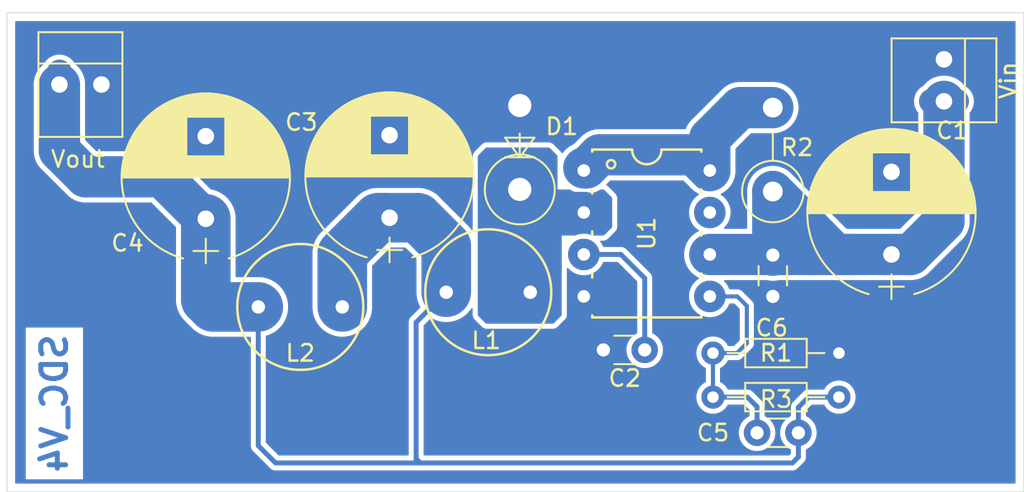
<source format=kicad_pcb>
(kicad_pcb (version 20211014) (generator pcbnew)
  (layers (0 "F.Cu" signal) (31 "B.Cu" signal) (34 "B.Paste" user) (35 "F.Paste" user) (36 "B.SilkS" user "B.Silkscreen") (37 "F.SilkS" user "F.Silkscreen") (38 "B.Mask" user) (39 "F.Mask" user) (44 "Edge.Cuts" user))
  (net 0 "")
  (net 1 "GNDREF")
  (net 2 "VCC")
  (net 3 "Net-(C2-Pad1)")
  (net 4 "Vout1")
  (net 5 "Net-(C5-Pad1)")
  (net 6 "Net-(D1-Pad1)")
  (net 7 "Net-(R2-Pad2)")
  (footprint "Capacitors_ThroughHole:CP_Radial_D10.0mm_P5.00mm" (layer "F.Cu") (at 150.495 79.629 90)
    (fp_text reference "C1" (at 7.493 3.683 180) (layer "F.SilkS"))
    (fp_text value "100uF25v")
    (pad "1" thru_hole rect locked (at 0 0 90) (size 2 2) (drill 1) (layers *.Cu *.Mask) (net 2 "VCC"))
    (pad "2" thru_hole circle locked (at 5 0 90) (size 2 2) (drill 1) (layers *.Cu *.Mask) (net 1 "GNDREF"))
  )
  (footprint "Capacitors_ThroughHole:C_Disc_D3.0mm_W1.6mm_P2.50mm" (layer "F.Cu") (at 135.5725 85.4075 180)
    (fp_text reference "C2" (at 1.2065 -1.7145) (layer "F.SilkS"))
    (fp_text value "470pF")
    (pad "1" thru_hole circle locked (at 0 0 180) (size 1.6 1.6) (drill 0.8) (layers *.Cu *.Mask) (net 3 "Net-(C2-Pad1)"))
    (pad "2" thru_hole circle locked (at 2.5 0 180) (size 1.6 1.6) (drill 0.8) (layers *.Cu *.Mask) (net 1 "GNDREF"))
  )
  (footprint "Capacitors_ThroughHole:CP_Radial_D10.0mm_P5.00mm" (layer "F.Cu") (at 120.142 77.4065 90)
    (fp_text reference "C3" (at 5.7785 -5.334 180) (layer "F.SilkS"))
    (fp_text value "470uF25v")
    (pad "1" thru_hole rect locked (at 0 0 90) (size 2 2) (drill 1) (layers *.Cu *.Mask) (net 4 "Vout1"))
    (pad "2" thru_hole circle locked (at 5 0 90) (size 2 2) (drill 1) (layers *.Cu *.Mask) (net 1 "GNDREF"))
  )
  (footprint "Capacitors_ThroughHole:CP_Radial_D10.0mm_P5.00mm" (layer "F.Cu") (at 109.0295 77.47 90)
    (fp_text reference "C4" (at -1.4732 -4.7371 180) (layer "F.SilkS"))
    (fp_text value "100uF25v")
    (pad "1" thru_hole rect locked (at 0 0 90) (size 2 2) (drill 1) (layers *.Cu *.Mask) (net 4 "Vout1"))
    (pad "2" thru_hole circle locked (at 5 0 90) (size 2 2) (drill 1) (layers *.Cu *.Mask) (net 1 "GNDREF"))
  )
  (footprint "Capacitors_ThroughHole:C_Disc_D3.0mm_W1.6mm_P2.50mm" (layer "F.Cu") (at 142.367 90.424)
    (fp_text reference "C5" (at -2.667 0) (layer "F.SilkS"))
    (fp_text value "22nF")
    (pad "1" thru_hole circle locked (at 0 0) (size 1.6 1.6) (drill 0.8) (layers *.Cu *.Mask) (net 5 "Net-(C5-Pad1)"))
    (pad "2" thru_hole circle locked (at 2.5 0) (size 1.6 1.6) (drill 0.8) (layers *.Cu *.Mask) (net 4 "Vout1"))
  )
  (footprint "Diodes_ThroughHole:D_5W_P5.08mm_Vertical_AnodeUp" (layer "F.Cu") (at 128.016 75.692 90)
    (fp_text reference "D1" (at 3.81 2.54 180) (layer "F.SilkS"))
    (fp_text value "1N5819")
    (pad "1" thru_hole rect locked (at 0 0 90) (size 2.8 2.8) (drill 1.4) (layers *.Cu *.Mask) (net 6 "Net-(D1-Pad1)"))
    (pad "2" thru_hole oval locked (at 5.08 0 90) (size 2.8 2.8) (drill 1.4) (layers *.Cu *.Mask) (net 1 "GNDREF"))
  )
  (footprint "Inductors:INDUCTOR_V" (layer "F.Cu") (at 126.111 81.915 180)
    (fp_text reference "L1" (at 0.127 -2.921) (layer "F.SilkS"))
    (fp_text value "150uH")
    (pad "1" thru_hole rect locked (at -2.54 0 180) (size 1.905 1.905) (drill 0.8128) (layers *.Cu *.Mask) (net 6 "Net-(D1-Pad1)"))
    (pad "2" thru_hole circle locked (at 2.54 0 180) (size 1.905 1.905) (drill 0.8128) (layers *.Cu *.Mask) (net 4 "Vout1"))
  )
  (footprint "Inductors:INDUCTOR_V" (layer "F.Cu") (at 114.7445 82.804 180)
    (fp_text reference "L2" (at 0 -2.794) (layer "F.SilkS"))
    (fp_text value "150uH")
    (pad "1" thru_hole rect locked (at -2.54 0 180) (size 1.905 1.905) (drill 0.8128) (layers *.Cu *.Mask) (net 4 "Vout1"))
    (pad "2" thru_hole circle locked (at 2.54 0 180) (size 1.905 1.905) (drill 0.8128) (layers *.Cu *.Mask) (net 4 "Vout1"))
  )
  (footprint "Resistors_ThroughHole:R_Axial_DIN0204_L3.6mm_D1.6mm_P7.62mm_Horizontal" (layer "F.Cu") (at 139.7 85.598)
    (fp_text reference "R1" (at 3.81 0) (layer "F.SilkS"))
    (fp_text value "1.2K")
    (pad "1" thru_hole circle locked (at 0 0) (size 1.4 1.4) (drill 0.7) (layers *.Cu *.Mask) (net 5 "Net-(C5-Pad1)"))
    (pad "2" thru_hole oval locked (at 7.62 0) (size 1.4 1.4) (drill 0.7) (layers *.Cu *.Mask) (net 1 "GNDREF"))
  )
  (footprint "Resistors_ThroughHole:R_Axial_DIN0411_L9.9mm_D3.6mm_P5.08mm_Vertical" (layer "F.Cu") (at 143.3195 75.819 90)
    (fp_text reference "R2" (at 2.667 1.4605 180) (layer "F.SilkS"))
    (fp_text value "0R2 1/2W")
    (pad "1" thru_hole circle locked (at 0 0 90) (size 2.4 2.4) (drill 1.2) (layers *.Cu *.Mask) (net 2 "VCC"))
    (pad "2" thru_hole oval locked (at 5.08 0 90) (size 2.4 2.4) (drill 1.2) (layers *.Cu *.Mask) (net 7 "Net-(R2-Pad2)"))
  )
  (footprint "Resistors_ThroughHole:R_Axial_DIN0204_L3.6mm_D1.6mm_P7.62mm_Horizontal" (layer "F.Cu") (at 139.7 88.265)
    (fp_text reference "R3" (at 3.81 0.127) (layer "F.SilkS"))
    (fp_text value "3.6K")
    (pad "1" thru_hole circle locked (at 0 0) (size 1.4 1.4) (drill 0.7) (layers *.Cu *.Mask) (net 5 "Net-(C5-Pad1)"))
    (pad "2" thru_hole oval locked (at 7.62 0) (size 1.4 1.4) (drill 0.7) (layers *.Cu *.Mask) (net 4 "Vout1"))
  )
  (footprint "Power_Integrations:PDIP-8" (layer "F.Cu") (at 135.6995 78.359 -90)
    (fp_text reference "U1" (at 0 0 90) (layer "F.SilkS"))
    (fp_text value "MC34063AP")
    (pad "1" thru_hole circle locked (at -3.81 3.81 270) (size 1.905 1.905) (drill 0.762) (layers *.Cu *.Mask) (net 7 "Net-(R2-Pad2)"))
    (pad "2" thru_hole circle locked (at -1.27 3.81 270) (size 1.905 1.905) (drill 0.762) (layers *.Cu *.Mask) (net 6 "Net-(D1-Pad1)"))
    (pad "3" thru_hole circle locked (at 1.27 3.81 270) (size 1.905 1.905) (drill 0.762) (layers *.Cu *.Mask) (net 3 "Net-(C2-Pad1)"))
    (pad "4" thru_hole circle locked (at 3.81 3.81 270) (size 1.905 1.905) (drill 0.762) (layers *.Cu *.Mask) (net 1 "GNDREF"))
    (pad "5" thru_hole circle locked (at 3.81 -3.81 270) (size 1.905 1.905) (drill 0.762) (layers *.Cu *.Mask) (net 5 "Net-(C5-Pad1)"))
    (pad "6" thru_hole circle locked (at 1.27 -3.81 270) (size 1.905 1.905) (drill 0.762) (layers *.Cu *.Mask) (net 2 "VCC"))
    (pad "7" thru_hole circle locked (at -1.27 -3.81 270) (size 1.905 1.905) (drill 0.762) (layers *.Cu *.Mask) (net 7 "Net-(R2-Pad2)"))
    (pad "8" thru_hole circle locked (at -3.81 -3.81 270) (size 1.905 1.905) (drill 0.762) (layers *.Cu *.Mask) (net 7 "Net-(R2-Pad2)"))
  )
  (footprint "Capacitors_ThroughHole:C_Disc_D3.0mm_W1.6mm_P2.50mm" (layer "F.Cu") (at 143.3195 79.669 -90)
    (fp_text reference "C6" (at 4.405 0.0635 180) (layer "F.SilkS"))
    (fp_text value "100nf")
    (pad "1" thru_hole circle locked (at 0 0 270) (size 1.6 1.6) (drill 0.8) (layers *.Cu *.Mask) (net 2 "VCC"))
    (pad "2" thru_hole circle locked (at 2.5 0 270) (size 1.6 1.6) (drill 0.8) (layers *.Cu *.Mask) (net 1 "GNDREF"))
  )
  (footprint "Connect:PINHEAD1-2" (layer "F.Cu") (at 153.67 67.818 -90)
    (fp_text reference "Vin" (at 1.27 -3.9 90) (layer "F.SilkS"))
    (fp_text value "PINHEAD1-2")
    (pad "1" thru_hole oval locked (at 0 0 270) (size 1.51 3.01) (drill 1) (layers *.Cu *.Mask) (net 1 "GNDREF"))
    (pad "2" thru_hole oval locked (at 2.54 0 270) (size 1.51 3.01) (drill 1) (layers *.Cu *.Mask) (net 2 "VCC"))
  )
  (footprint "Connect:PINHEAD1-2" (layer "F.Cu") (at 100.1776 69.342)
    (fp_text reference "Vout" (at 1.1176 4.5212) (layer "F.SilkS"))
    (fp_text value "PINHEAD1-2")
    (pad "1" thru_hole oval locked (at 0 0) (size 1.51 3.01) (drill 1) (layers *.Cu *.Mask) (net 4 "Vout1"))
    (pad "2" thru_hole oval locked (at 2.54 0) (size 1.51 3.01) (drill 1) (layers *.Cu *.Mask) (net 1 "GNDREF"))
  )
  (gr_line (start 97 94) (end 97 65) (layer "Edge.Cuts") (width 0.05))
  (gr_line (start 158.5 65) (end 158.5 94) (layer "Edge.Cuts") (width 0.05))
  (gr_line (start 158.5 94) (end 97 94) (layer "Edge.Cuts") (width 0.05))
  (gr_line (start 97 65) (end 158.5 65) (layer "Edge.Cuts") (width 0.05))
  (gr_text "SDC_V4" (at 99.8728 88.646 90) (layer "B.Cu") (effects (font (size 1.5 1.5) (thickness 0.3)) (justify mirror)))
  (segment (start 139.5095 79.629) (end 143.2795 79.629) (width 2.5) (layer "B.Cu") (net 2))
  (segment (start 145.669 78.1685) (end 145.669 79.629) (width 2.5) (layer "B.Cu") (net 2))
  (segment (start 147.1295 79.629) (end 148.209 79.629) (width 2.5) (layer "B.Cu") (net 2))
  (segment (start 148.209 79.629) (end 145.669 79.629) (width 2.5) (layer "B.Cu") (net 2))
  (segment (start 150.495 79.629) (end 148.209 79.629) (width 2.5) (layer "B.Cu") (net 2))
  (segment (start 143.3195 75.819) (end 145.669 78.1685) (width 2.5) (layer "B.Cu") (net 2))
  (segment (start 151.6634 79.629) (end 150.495 79.629) (width 2.5) (layer "B.Cu") (net 2))
  (segment (start 143.3195 75.819) (end 143.3195 79.669) (width 2.5) (layer "B.Cu") (net 2))
  (segment (start 143.3195 75.819) (end 147.1295 79.629) (width 2.5) (layer "B.Cu") (net 2))
  (segment (start 153.67 77.6224) (end 151.6634 79.629) (width 2.5) (layer "B.Cu") (net 2))
  (segment (start 145.669 79.629) (end 143.3595 79.629) (width 2.5) (layer "B.Cu") (net 2))
  (segment (start 143.3595 79.629) (end 143.3195 79.669) (width 2.5) (layer "B.Cu") (net 2))
  (segment (start 153.67 70.358) (end 153.67 77.6224) (width 2.5) (layer "B.Cu") (net 2))
  (segment (start 143.2795 79.629) (end 143.3195 79.669) (width 2.5) (layer "B.Cu") (net 2))
  (segment (start 135.5725 81.0725) (end 135.5725 85.4075) (width 0.3) (layer "B.Cu") (net 3))
  (segment (start 134.129 79.629) (end 135.5725 81.0725) (width 0.3) (layer "B.Cu") (net 3))
  (segment (start 131.8895 79.629) (end 134.129 79.629) (width 0.3) (layer "B.Cu") (net 3))
  (segment (start 144.5 92.25) (end 122 92.25) (width 0.3) (layer "B.Cu") (net 4))
  (segment (start 121.75 83.736) (end 123.571 81.915) (width 0.3) (layer "B.Cu") (net 4))
  (segment (start 101.7606 74.93) (end 100.1776 73.347) (width 2.5) (layer "B.Cu") (net 4))
  (segment (start 109.0295 77.47) (end 108.9152 77.47) (width 2.5) (layer "B.Cu") (net 4))
  (segment (start 109.0295 82.3595) (end 109.0295 77.47) (width 3) (layer "B.Cu") (net 4))
  (segment (start 119.888 77.4065) (end 121.8565 77.4065) (width 3) (layer "B.Cu") (net 4))
  (segment (start 117.2845 79.5655) (end 119.4435 77.4065) (width 3) (layer "B.Cu") (net 4))
  (segment (start 144.867 91.883) (end 144.5 92.25) (width 0.3) (layer "B.Cu") (net 4))
  (segment (start 100.1776 73.347) (end 100.1776 69.342) (width 2.5) (layer "B.Cu") (net 4))
  (segment (start 144.867 90.424) (end 144.867 91.883) (width 0.3) (layer "B.Cu") (net 4))
  (segment (start 145.485 88.265) (end 147.32 88.265) (width 0.3) (layer "B.Cu") (net 4))
  (segment (start 109.474 82.804) (end 109.0295 82.3595) (width 3) (layer "B.Cu") (net 4))
  (segment (start 117.2845 82.804) (end 117.2845 79.5655) (width 3) (layer "B.Cu") (net 4))
  (segment (start 121.75 92) (end 121.75 83.736) (width 0.3) (layer "B.Cu") (net 4))
  (segment (start 122 92.25) (end 113.25 92.25) (width 0.3) (layer "B.Cu") (net 4))
  (segment (start 119.4435 77.4065) (end 119.888 77.4065) (width 3) (layer "B.Cu") (net 4))
  (segment (start 123.571 79.121) (end 123.571 81.915) (width 3) (layer "B.Cu") (net 4))
  (segment (start 112.2045 91.2045) (end 112.2045 82.804) (width 0.3) (layer "B.Cu") (net 4))
  (segment (start 112.2045 82.804) (end 109.474 82.804) (width 3) (layer "B.Cu") (net 4))
  (segment (start 144.867 88.883) (end 145.485 88.265) (width 0.3) (layer "B.Cu") (net 4))
  (segment (start 144.867 90.424) (end 144.867 88.883) (width 0.3) (layer "B.Cu") (net 4))
  (segment (start 121.8565 77.4065) (end 123.571 79.121) (width 3) (layer "B.Cu") (net 4))
  (segment (start 106.3752 74.93) (end 101.7606 74.93) (width 2.5) (layer "B.Cu") (net 4))
  (segment (start 113.25 92.25) (end 112.2045 91.2045) (width 0.3) (layer "B.Cu") (net 4))
  (segment (start 108.9152 77.47) (end 106.3752 74.93) (width 2.5) (layer "B.Cu") (net 4))
  (segment (start 122 92.25) (end 121.75 92) (width 0.3) (layer "B.Cu") (net 4))
  (segment (start 139.5095 82.169) (end 140.0175 82.169) (width 0.25) (layer "F.Cu") (net 5))
  (segment (start 141.152 85.598) (end 139.7 85.598) (width 0.25) (layer "B.Cu") (net 5))
  (segment (start 141.78 88.265) (end 139.7 88.265) (width 0.3) (layer "B.Cu") (net 5))
  (segment (start 139.5095 82.169) (end 141.169 82.169) (width 0.25) (layer "B.Cu") (net 5))
  (segment (start 141.75 82.75) (end 141.75 85) (width 0.25) (layer "B.Cu") (net 5))
  (segment (start 141.169 82.169) (end 141.75 82.75) (width 0.25) (layer "B.Cu") (net 5))
  (segment (start 142.367 90.424) (end 142.367 88.852) (width 0.3) (layer "B.Cu") (net 5))
  (segment (start 142.367 88.852) (end 141.78 88.265) (width 0.3) (layer "B.Cu") (net 5))
  (segment (start 139.7 85.598) (end 139.7 88.265) (width 0.25) (layer "B.Cu") (net 5))
  (segment (start 141.75 85) (end 141.152 85.598) (width 0.25) (layer "B.Cu") (net 5))
  (segment (start 129.413 77.089) (end 128.016 75.692) (width 2.5) (layer "B.Cu") (net 6))
  (segment (start 128.016 75.692) (end 128.016 77.8275) (width 2.5) (layer "B.Cu") (net 6))
  (segment (start 128.016 81.28) (end 128.651 81.915) (width 1) (layer "B.Cu") (net 6))
  (segment (start 130.0245 77.089) (end 131.8895 77.089) (width 2.5) (layer "B.Cu") (net 6))
  (segment (start 128.651 78.4625) (end 130.0245 77.089) (width 2.5) (layer "B.Cu") (net 6))
  (segment (start 128.651 81.915) (end 128.651 78.4625) (width 2.5) (layer "B.Cu") (net 6))
  (segment (start 128.016 77.8275) (end 128.651 78.4625) (width 2.5) (layer "B.Cu") (net 6))
  (segment (start 131.8895 77.089) (end 129.413 77.089) (width 2.5) (layer "B.Cu") (net 6))
  (segment (start 139.5095 72.5805) (end 139.5095 74.549) (width 2.5) (layer "B.Cu") (net 7))
  (segment (start 139.5095 77.089) (end 140.335 77.089) (width 0.25) (layer "B.Cu") (net 7))
  (segment (start 139.5095 77.089) (end 140.081 77.089) (width 0.25) (layer "B.Cu") (net 7))
  (segment (start 143.3195 70.739) (end 141.351 70.739) (width 2.5) (layer "B.Cu") (net 7))
  (segment (start 139.5095 74.549) (end 138.557001 73.596501) (width 2.5) (layer "B.Cu") (net 7))
  (segment (start 132.04951 74.38899) (end 131.8895 74.38899) (width 2.5) (layer "B.Cu") (net 7))
  (segment (start 138.557001 73.596501) (end 132.841999 73.596501) (width 2.5) (layer "B.Cu") (net 7))
  (segment (start 141.351 70.739) (end 139.5095 72.5805) (width 2.5) (layer "B.Cu") (net 7))
  (segment (start 132.841999 73.596501) (end 132.04951 74.38899) (width 2.5) (layer "B.Cu") (net 7))
  (zone (net 1) (net_name "GNDREF") (layer "B.Cu") (connect_pads yes (clearance 0.3)) (min_thickness 0.1) (fill yes (thermal_gap 0.508) (thermal_bridge_width 0.508))
    (polygon (pts (xy 158 93.5) (xy 97.5 93.5) (xy 97.5 65.5) (xy 158 65.5)))
  )
  (zone (net 6) (net_name "Net-(D1-Pad1)") (layer "B.Cu") (priority 1) (connect_pads yes (clearance 0.3)) (min_thickness 0.1) (fill yes (thermal_gap 0.508) (thermal_bridge_width 0.508) (smoothing chamfer) (radius 0.5))
    (polygon (pts (xy 130.302 75.692) (xy 133.604 75.692) (xy 133.604 78.486) (xy 130.556 78.486) (xy 130.556 83.82) (xy 125.476 83.82) (xy 125.476 73.152) (xy 130.302 73.152)))
  )
)
</source>
